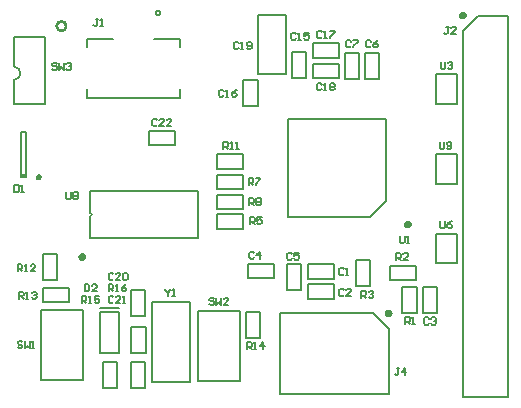
<source format=gto>
G04*
G04 #@! TF.GenerationSoftware,Altium Limited,Altium Designer,18.1.9 (240)*
G04*
G04 Layer_Color=65535*
%FSLAX25Y25*%
%MOIN*%
G70*
G01*
G75*
%ADD10C,0.02756*%
%ADD11C,0.00787*%
%ADD12C,0.01968*%
%ADD13C,0.01000*%
%ADD14C,0.00591*%
D10*
X131929Y29331D02*
G03*
X131929Y29331I-39J0D01*
G01*
X138327Y58957D02*
G03*
X138327Y58957I-39J0D01*
G01*
X29764Y48031D02*
G03*
X29764Y48031I-39J0D01*
G01*
X156693Y128583D02*
G03*
X156693Y128583I-39J0D01*
G01*
D11*
X32382Y61565D02*
G03*
X32382Y62845I0J640D01*
G01*
X11024Y74803D02*
G03*
X9449Y74803I-787J0D01*
G01*
X6890Y107087D02*
G03*
X6890Y111614I0J2264D01*
G01*
X55839Y129465D02*
G03*
X55839Y129465I-787J0D01*
G01*
X88189Y128937D02*
X97638D01*
X88189Y109252D02*
Y128937D01*
Y109252D02*
X97638D01*
Y128937D01*
X105118Y40945D02*
X113779D01*
Y45669D01*
X105118D02*
X113779D01*
X105118Y40945D02*
Y45669D01*
Y34252D02*
X113779D01*
Y38976D01*
X105118D02*
X113779D01*
X105118Y34252D02*
Y38976D01*
X147933Y29528D02*
Y38189D01*
X143209D02*
X147933D01*
X143209Y29528D02*
Y38189D01*
Y29528D02*
X147933D01*
X85039Y41142D02*
X93701D01*
Y45866D01*
X85039D02*
X93701D01*
X85039Y41142D02*
Y45866D01*
X102756Y37008D02*
Y45669D01*
X98032D02*
X102756D01*
X98032Y37008D02*
Y45669D01*
Y37008D02*
X102756D01*
X124016Y107480D02*
Y116142D01*
Y107480D02*
X128740D01*
Y116142D01*
X124016D02*
X128740D01*
X117323Y107480D02*
Y116142D01*
Y107480D02*
X122047D01*
Y116142D01*
X117323D02*
X122047D01*
X99606Y107874D02*
Y116535D01*
Y107874D02*
X104331D01*
Y116535D01*
X99606D02*
X104331D01*
X88189Y98425D02*
Y107087D01*
X83465D02*
X88189D01*
X83465Y98425D02*
Y107087D01*
Y98425D02*
X88189D01*
X106693Y119291D02*
X115354D01*
X106693Y114567D02*
Y119291D01*
Y114567D02*
X115354D01*
Y119291D01*
X106693Y112598D02*
X115354D01*
X106693Y107874D02*
Y112598D01*
Y107874D02*
X115354D01*
Y112598D01*
X46063Y28583D02*
Y37244D01*
Y28583D02*
X50787D01*
Y37244D01*
X46063D02*
X50787D01*
Y4331D02*
Y12992D01*
X46063D02*
X50787D01*
X46063Y4331D02*
Y12992D01*
Y4331D02*
X50787D01*
X51968Y90158D02*
X60630D01*
X51968Y85433D02*
Y90158D01*
Y85433D02*
X60630D01*
Y90158D01*
X141240Y29528D02*
Y38189D01*
X136516D02*
X141240D01*
X136516Y29528D02*
Y38189D01*
Y29528D02*
X141240D01*
X132283Y40551D02*
X140945D01*
Y45276D01*
X132283D02*
X140945D01*
X132283Y40551D02*
Y45276D01*
X120866Y38583D02*
Y47244D01*
Y38583D02*
X125591D01*
Y47244D01*
X120866D02*
X125591D01*
X74803Y62283D02*
X83465D01*
X74803Y57559D02*
Y62283D01*
Y57559D02*
X83465D01*
Y62283D01*
X74803Y75590D02*
X83465D01*
X74803Y70866D02*
Y75590D01*
Y70866D02*
X83465D01*
Y75590D01*
X74803Y68898D02*
X83465D01*
X74803Y64173D02*
Y68898D01*
Y64173D02*
X83465D01*
Y68898D01*
X74803Y77559D02*
X83465D01*
Y82284D01*
X74803D02*
X83465D01*
X74803Y77559D02*
Y82284D01*
X21260Y40551D02*
Y49213D01*
X16535D02*
X21260D01*
X16535Y40551D02*
Y49213D01*
Y40551D02*
X21260D01*
X16535Y37795D02*
X25197D01*
X16535Y33071D02*
Y37795D01*
Y33071D02*
X25197D01*
Y37795D01*
X88976Y21260D02*
Y29921D01*
X84252D02*
X88976D01*
X84252Y21260D02*
Y29921D01*
Y21260D02*
X88976D01*
X41339Y4331D02*
Y12992D01*
X36614D02*
X41339D01*
X36614Y4331D02*
Y12992D01*
Y4331D02*
X41339D01*
X50886Y16142D02*
Y24803D01*
X46161D02*
X50886D01*
X46161Y16142D02*
Y24803D01*
Y16142D02*
X50886D01*
X95669Y29291D02*
X126772D01*
X131890Y24173D01*
Y2520D02*
Y24173D01*
X95669Y2520D02*
X131890D01*
X95669D02*
Y29291D01*
X53150Y33268D02*
X57480D01*
X53150Y6496D02*
Y33268D01*
Y6496D02*
X65748D01*
Y33268D01*
X57480D02*
X65748D01*
X125807Y61358D02*
X131063Y66614D01*
X98465Y61358D02*
X125807D01*
X98465D02*
Y93957D01*
X131063D01*
Y66614D02*
Y93957D01*
X32382Y54370D02*
Y61565D01*
Y62845D02*
Y70039D01*
X68209D01*
Y54370D02*
Y70039D01*
X32382Y54370D02*
X68209D01*
X147638Y72441D02*
X154724D01*
X147638D02*
Y82284D01*
X154724D01*
Y72441D02*
Y82284D01*
X147638Y46063D02*
X154724D01*
X147638D02*
Y55905D01*
X154724D01*
Y46063D02*
Y55905D01*
X147638Y99213D02*
X154724D01*
X147638D02*
Y109055D01*
X154724D01*
Y99213D02*
Y109055D01*
X68504Y6890D02*
X82284D01*
Y30118D01*
X68504D02*
X82284D01*
X68504Y6890D02*
Y30118D01*
X35827Y31201D02*
X42126D01*
X35827Y29823D02*
X42126D01*
Y16240D02*
Y29823D01*
X35827Y16240D02*
X42126D01*
X35827D02*
Y29823D01*
X16142Y30315D02*
X29921D01*
X16142Y7087D02*
Y30315D01*
Y7087D02*
X29921D01*
Y30315D01*
X9449Y74803D02*
X11024D01*
Y89764D01*
X9449D02*
X11024D01*
X9449Y74803D02*
Y89764D01*
X6890Y99114D02*
X17224D01*
Y121358D01*
X6890D02*
X17224D01*
X6890Y111614D02*
Y121358D01*
Y99114D02*
Y107087D01*
X31201Y117953D02*
Y120905D01*
X39961D01*
X53740D02*
X62500D01*
Y117953D02*
Y120905D01*
Y101221D02*
Y104173D01*
X31201Y101221D02*
Y104173D01*
Y101221D02*
X62500D01*
X156693Y123465D02*
X156693Y1417D01*
X156693Y123465D02*
X161811Y128583D01*
X171653D01*
X156693Y1417D02*
X171653D01*
X171653Y128583D02*
X171653Y1417D01*
D12*
X15354Y74705D02*
G03*
X15354Y74705I-197J0D01*
G01*
D13*
X24409Y125098D02*
G03*
X24409Y125098I-1575J0D01*
G01*
D14*
X151968Y124802D02*
X151181D01*
X151574D01*
Y122835D01*
X151181Y122441D01*
X150787D01*
X150394Y122835D01*
X154329Y122441D02*
X152755D01*
X154329Y124015D01*
Y124409D01*
X153936Y124802D01*
X153149D01*
X152755Y124409D01*
X148917Y86417D02*
Y84449D01*
X149311Y84055D01*
X150098D01*
X150492Y84449D01*
Y86417D01*
X151279Y84449D02*
X151672Y84055D01*
X152460D01*
X152853Y84449D01*
Y86023D01*
X152460Y86417D01*
X151672D01*
X151279Y86023D01*
Y85629D01*
X151672Y85236D01*
X152853D01*
X149114Y60137D02*
Y58169D01*
X149508Y57776D01*
X150295D01*
X150689Y58169D01*
Y60137D01*
X153050D02*
X152263Y59743D01*
X151476Y58956D01*
Y58169D01*
X151869Y57776D01*
X152656D01*
X153050Y58169D01*
Y58563D01*
X152656Y58956D01*
X151476D01*
X149213Y113188D02*
Y111220D01*
X149606Y110827D01*
X150393D01*
X150787Y111220D01*
Y113188D01*
X151574Y112795D02*
X151968Y113188D01*
X152755D01*
X153148Y112795D01*
Y112401D01*
X152755Y112007D01*
X152361D01*
X152755D01*
X153148Y111614D01*
Y111220D01*
X152755Y110827D01*
X151968D01*
X151574Y111220D01*
X135669Y55117D02*
Y53149D01*
X136063Y52756D01*
X136850D01*
X137244Y53149D01*
Y55117D01*
X138031Y52756D02*
X138818D01*
X138424D01*
Y55117D01*
X138031Y54724D01*
X57480Y37401D02*
Y37007D01*
X58267Y36220D01*
X59055Y37007D01*
Y37401D01*
X58267Y36220D02*
Y35039D01*
X59842D02*
X60629D01*
X60235D01*
Y37401D01*
X59842Y37007D01*
X24409Y69684D02*
Y67716D01*
X24803Y67323D01*
X25590D01*
X25984Y67716D01*
Y69684D01*
X26771Y69291D02*
X27165Y69684D01*
X27952D01*
X28345Y69291D01*
Y68897D01*
X27952Y68503D01*
X28345Y68110D01*
Y67716D01*
X27952Y67323D01*
X27165D01*
X26771Y67716D01*
Y68110D01*
X27165Y68503D01*
X26771Y68897D01*
Y69291D01*
X27165Y68503D02*
X27952D01*
X73720Y34153D02*
X73326Y34547D01*
X72539D01*
X72146Y34153D01*
Y33759D01*
X72539Y33366D01*
X73326D01*
X73720Y32972D01*
Y32579D01*
X73326Y32185D01*
X72539D01*
X72146Y32579D01*
X74507Y34547D02*
Y32185D01*
X75294Y32972D01*
X76081Y32185D01*
Y34547D01*
X78443Y32185D02*
X76869D01*
X78443Y33759D01*
Y34153D01*
X78049Y34547D01*
X77262D01*
X76869Y34153D01*
X9842Y19684D02*
X9448Y20078D01*
X8661D01*
X8268Y19684D01*
Y19291D01*
X8661Y18897D01*
X9448D01*
X9842Y18504D01*
Y18110D01*
X9448Y17717D01*
X8661D01*
X8268Y18110D01*
X10629Y20078D02*
Y17717D01*
X11416Y18504D01*
X12203Y17717D01*
Y20078D01*
X12991Y17717D02*
X13778D01*
X13384D01*
Y20078D01*
X12991Y19684D01*
X21259Y112484D02*
X20866Y112877D01*
X20079D01*
X19685Y112484D01*
Y112090D01*
X20079Y111697D01*
X20866D01*
X21259Y111303D01*
Y110909D01*
X20866Y110516D01*
X20079D01*
X19685Y110909D01*
X22047Y112877D02*
Y110516D01*
X22834Y111303D01*
X23621Y110516D01*
Y112877D01*
X24408Y112484D02*
X24802Y112877D01*
X25589D01*
X25982Y112484D01*
Y112090D01*
X25589Y111697D01*
X25195D01*
X25589D01*
X25982Y111303D01*
Y110909D01*
X25589Y110516D01*
X24802D01*
X24408Y110909D01*
X38583Y36614D02*
Y38976D01*
X39763D01*
X40157Y38582D01*
Y37795D01*
X39763Y37401D01*
X38583D01*
X39370D02*
X40157Y36614D01*
X40944D02*
X41731D01*
X41338D01*
Y38976D01*
X40944Y38582D01*
X44486Y38976D02*
X43699Y38582D01*
X42912Y37795D01*
Y37008D01*
X43306Y36614D01*
X44093D01*
X44486Y37008D01*
Y37401D01*
X44093Y37795D01*
X42912D01*
X29528Y32677D02*
Y35039D01*
X30708D01*
X31102Y34645D01*
Y33858D01*
X30708Y33464D01*
X29528D01*
X30315D02*
X31102Y32677D01*
X31889D02*
X32676D01*
X32283D01*
Y35039D01*
X31889Y34645D01*
X35431Y35039D02*
X33857D01*
Y33858D01*
X34644Y34251D01*
X35038D01*
X35431Y33858D01*
Y33071D01*
X35038Y32677D01*
X34250D01*
X33857Y33071D01*
X84646Y17323D02*
Y19684D01*
X85826D01*
X86220Y19291D01*
Y18504D01*
X85826Y18110D01*
X84646D01*
X85433D02*
X86220Y17323D01*
X87007D02*
X87794D01*
X87401D01*
Y19684D01*
X87007Y19291D01*
X90156Y17323D02*
Y19684D01*
X88975Y18504D01*
X90549D01*
X8661Y34252D02*
Y36613D01*
X9842D01*
X10236Y36220D01*
Y35433D01*
X9842Y35039D01*
X8661D01*
X9449D02*
X10236Y34252D01*
X11023D02*
X11810D01*
X11416D01*
Y36613D01*
X11023Y36220D01*
X12991D02*
X13384Y36613D01*
X14171D01*
X14565Y36220D01*
Y35826D01*
X14171Y35433D01*
X13778D01*
X14171D01*
X14565Y35039D01*
Y34646D01*
X14171Y34252D01*
X13384D01*
X12991Y34646D01*
X8268Y43307D02*
Y45669D01*
X9448D01*
X9842Y45275D01*
Y44488D01*
X9448Y44094D01*
X8268D01*
X9055D02*
X9842Y43307D01*
X10629D02*
X11416D01*
X11023D01*
Y45669D01*
X10629Y45275D01*
X14171Y43307D02*
X12597D01*
X14171Y44881D01*
Y45275D01*
X13778Y45669D01*
X12991D01*
X12597Y45275D01*
X76772Y84055D02*
Y86417D01*
X77952D01*
X78346Y86023D01*
Y85236D01*
X77952Y84842D01*
X76772D01*
X77559D02*
X78346Y84055D01*
X79133D02*
X79920D01*
X79527D01*
Y86417D01*
X79133Y86023D01*
X81101Y84055D02*
X81888D01*
X81494D01*
Y86417D01*
X81101Y86023D01*
X85335Y65354D02*
Y67716D01*
X86515D01*
X86909Y67322D01*
Y66535D01*
X86515Y66141D01*
X85335D01*
X86122D02*
X86909Y65354D01*
X87696Y67322D02*
X88090Y67716D01*
X88877D01*
X89270Y67322D01*
Y66929D01*
X88877Y66535D01*
X89270Y66141D01*
Y65748D01*
X88877Y65354D01*
X88090D01*
X87696Y65748D01*
Y66141D01*
X88090Y66535D01*
X87696Y66929D01*
Y67322D01*
X88090Y66535D02*
X88877D01*
X85236Y72047D02*
Y74409D01*
X86417D01*
X86810Y74015D01*
Y73228D01*
X86417Y72834D01*
X85236D01*
X86023D02*
X86810Y72047D01*
X87598Y74409D02*
X89172D01*
Y74015D01*
X87598Y72441D01*
Y72047D01*
X85630Y59055D02*
Y61417D01*
X86811D01*
X87204Y61023D01*
Y60236D01*
X86811Y59842D01*
X85630D01*
X86417D02*
X87204Y59055D01*
X89566Y61417D02*
X87991D01*
Y60236D01*
X88779Y60629D01*
X89172D01*
X89566Y60236D01*
Y59449D01*
X89172Y59055D01*
X88385D01*
X87991Y59449D01*
X122835Y34488D02*
Y36850D01*
X124015D01*
X124409Y36456D01*
Y35669D01*
X124015Y35275D01*
X122835D01*
X123622D02*
X124409Y34488D01*
X125196Y36456D02*
X125590Y36850D01*
X126377D01*
X126770Y36456D01*
Y36062D01*
X126377Y35669D01*
X125983D01*
X126377D01*
X126770Y35275D01*
Y34882D01*
X126377Y34488D01*
X125590D01*
X125196Y34882D01*
X134331Y47008D02*
Y49369D01*
X135511D01*
X135905Y48976D01*
Y48189D01*
X135511Y47795D01*
X134331D01*
X135118D02*
X135905Y47008D01*
X138266D02*
X136692D01*
X138266Y48582D01*
Y48976D01*
X137873Y49369D01*
X137086D01*
X136692Y48976D01*
X137402Y25669D02*
Y28031D01*
X138582D01*
X138976Y27637D01*
Y26850D01*
X138582Y26456D01*
X137402D01*
X138189D02*
X138976Y25669D01*
X139763D02*
X140550D01*
X140157D01*
Y28031D01*
X139763Y27637D01*
X135433Y11023D02*
X134645D01*
X135039D01*
Y9055D01*
X134645Y8661D01*
X134252D01*
X133858Y9055D01*
X137400Y8661D02*
Y11023D01*
X136220Y9842D01*
X137794D01*
X35039Y127558D02*
X34252D01*
X34645D01*
Y125590D01*
X34252Y125197D01*
X33858D01*
X33465Y125590D01*
X35826Y125197D02*
X36613D01*
X36220D01*
Y127558D01*
X35826Y127165D01*
X30610Y38976D02*
Y36614D01*
X31791D01*
X32184Y37008D01*
Y38582D01*
X31791Y38976D01*
X30610D01*
X34546Y36614D02*
X32972D01*
X34546Y38188D01*
Y38582D01*
X34152Y38976D01*
X33365D01*
X32972Y38582D01*
X7087Y72047D02*
Y69685D01*
X8267D01*
X8661Y70079D01*
Y71653D01*
X8267Y72047D01*
X7087D01*
X9448Y69685D02*
X10235D01*
X9842D01*
Y72047D01*
X9448Y71653D01*
X54724Y93700D02*
X54330Y94094D01*
X53543D01*
X53150Y93700D01*
Y92126D01*
X53543Y91732D01*
X54330D01*
X54724Y92126D01*
X57085Y91732D02*
X55511D01*
X57085Y93307D01*
Y93700D01*
X56692Y94094D01*
X55905D01*
X55511Y93700D01*
X59447Y91732D02*
X57872D01*
X59447Y93307D01*
Y93700D01*
X59053Y94094D01*
X58266D01*
X57872Y93700D01*
X40157Y34645D02*
X39763Y35039D01*
X38976D01*
X38583Y34645D01*
Y33071D01*
X38976Y32677D01*
X39763D01*
X40157Y33071D01*
X42518Y32677D02*
X40944D01*
X42518Y34251D01*
Y34645D01*
X42125Y35039D01*
X41338D01*
X40944Y34645D01*
X43306Y32677D02*
X44093D01*
X43699D01*
Y35039D01*
X43306Y34645D01*
X40157Y42519D02*
X39763Y42913D01*
X38976D01*
X38583Y42519D01*
Y40945D01*
X38976Y40551D01*
X39763D01*
X40157Y40945D01*
X42518Y40551D02*
X40944D01*
X42518Y42125D01*
Y42519D01*
X42125Y42913D01*
X41338D01*
X40944Y42519D01*
X43306D02*
X43699Y42913D01*
X44486D01*
X44880Y42519D01*
Y40945D01*
X44486Y40551D01*
X43699D01*
X43306Y40945D01*
Y42519D01*
X81889Y119291D02*
X81496Y119684D01*
X80708D01*
X80315Y119291D01*
Y117716D01*
X80708Y117323D01*
X81496D01*
X81889Y117716D01*
X82676Y117323D02*
X83464D01*
X83070D01*
Y119684D01*
X82676Y119291D01*
X84644Y117716D02*
X85038Y117323D01*
X85825D01*
X86219Y117716D01*
Y119291D01*
X85825Y119684D01*
X85038D01*
X84644Y119291D01*
Y118897D01*
X85038Y118503D01*
X86219D01*
X109547Y105610D02*
X109153Y106003D01*
X108366D01*
X107972Y105610D01*
Y104035D01*
X108366Y103642D01*
X109153D01*
X109547Y104035D01*
X110334Y103642D02*
X111121D01*
X110727D01*
Y106003D01*
X110334Y105610D01*
X112302D02*
X112695Y106003D01*
X113482D01*
X113876Y105610D01*
Y105216D01*
X113482Y104823D01*
X113876Y104429D01*
Y104035D01*
X113482Y103642D01*
X112695D01*
X112302Y104035D01*
Y104429D01*
X112695Y104823D01*
X112302Y105216D01*
Y105610D01*
X112695Y104823D02*
X113482D01*
X109645Y123031D02*
X109252Y123424D01*
X108464D01*
X108071Y123031D01*
Y121457D01*
X108464Y121063D01*
X109252D01*
X109645Y121457D01*
X110432Y121063D02*
X111220D01*
X110826D01*
Y123424D01*
X110432Y123031D01*
X112400Y123424D02*
X113974D01*
Y123031D01*
X112400Y121457D01*
Y121063D01*
X76870Y103543D02*
X76476Y103936D01*
X75689D01*
X75295Y103543D01*
Y101968D01*
X75689Y101575D01*
X76476D01*
X76870Y101968D01*
X77657Y101575D02*
X78444D01*
X78050D01*
Y103936D01*
X77657Y103543D01*
X81199Y103936D02*
X80412Y103543D01*
X79625Y102755D01*
Y101968D01*
X80018Y101575D01*
X80805D01*
X81199Y101968D01*
Y102362D01*
X80805Y102755D01*
X79625D01*
X100984Y122539D02*
X100590Y122932D01*
X99803D01*
X99410Y122539D01*
Y120964D01*
X99803Y120571D01*
X100590D01*
X100984Y120964D01*
X101771Y120571D02*
X102558D01*
X102164D01*
Y122932D01*
X101771Y122539D01*
X105313Y122932D02*
X103739D01*
Y121752D01*
X104526Y122145D01*
X104920D01*
X105313Y121752D01*
Y120964D01*
X104920Y120571D01*
X104132D01*
X103739Y120964D01*
X119291Y119921D02*
X118897Y120314D01*
X118110D01*
X117717Y119921D01*
Y118346D01*
X118110Y117953D01*
X118897D01*
X119291Y118346D01*
X120078Y120314D02*
X121652D01*
Y119921D01*
X120078Y118346D01*
Y117953D01*
X125984Y119921D02*
X125590Y120314D01*
X124803D01*
X124409Y119921D01*
Y118346D01*
X124803Y117953D01*
X125590D01*
X125984Y118346D01*
X128345Y120314D02*
X127558Y119921D01*
X126771Y119133D01*
Y118346D01*
X127164Y117953D01*
X127952D01*
X128345Y118346D01*
Y118740D01*
X127952Y119133D01*
X126771D01*
X99606Y49212D02*
X99212Y49606D01*
X98425D01*
X98032Y49212D01*
Y47638D01*
X98425Y47244D01*
X99212D01*
X99606Y47638D01*
X101967Y49606D02*
X100393D01*
Y48425D01*
X101180Y48818D01*
X101574D01*
X101967Y48425D01*
Y47638D01*
X101574Y47244D01*
X100786D01*
X100393Y47638D01*
X87047Y49527D02*
X86653Y49920D01*
X85866D01*
X85472Y49527D01*
Y47953D01*
X85866Y47559D01*
X86653D01*
X87047Y47953D01*
X89015Y47559D02*
Y49920D01*
X87834Y48740D01*
X89408D01*
X145315Y27558D02*
X144921Y27952D01*
X144134D01*
X143740Y27558D01*
Y25984D01*
X144134Y25591D01*
X144921D01*
X145315Y25984D01*
X146102Y27558D02*
X146495Y27952D01*
X147282D01*
X147676Y27558D01*
Y27165D01*
X147282Y26771D01*
X146889D01*
X147282D01*
X147676Y26378D01*
Y25984D01*
X147282Y25591D01*
X146495D01*
X146102Y25984D01*
X116929Y37007D02*
X116535Y37401D01*
X115748D01*
X115354Y37007D01*
Y35433D01*
X115748Y35039D01*
X116535D01*
X116929Y35433D01*
X119290Y35039D02*
X117716D01*
X119290Y36614D01*
Y37007D01*
X118896Y37401D01*
X118109D01*
X117716Y37007D01*
X116929Y44094D02*
X116535Y44487D01*
X115748D01*
X115354Y44094D01*
Y42520D01*
X115748Y42126D01*
X116535D01*
X116929Y42520D01*
X117716Y42126D02*
X118503D01*
X118109D01*
Y44487D01*
X117716Y44094D01*
M02*

</source>
